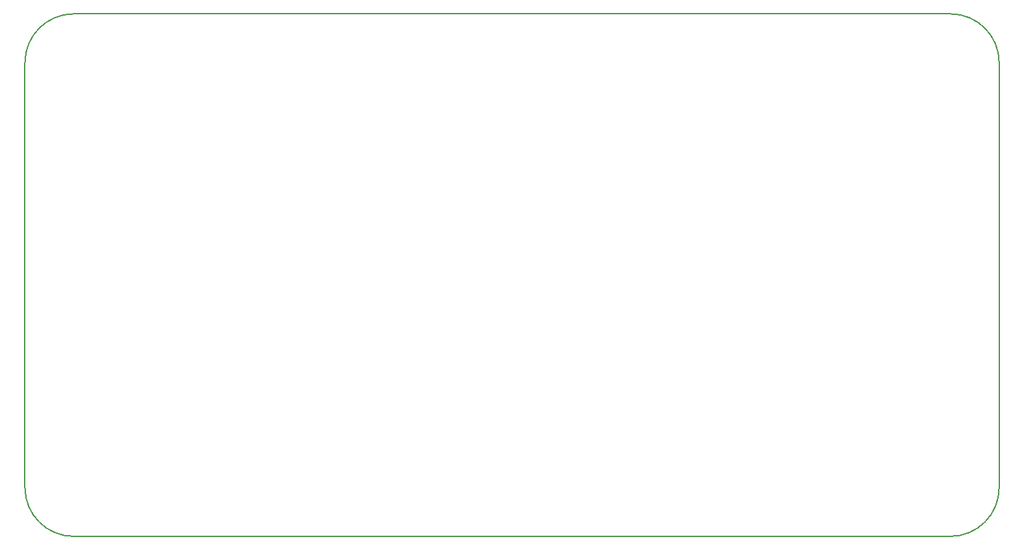
<source format=gbr>
G04 #@! TF.GenerationSoftware,KiCad,Pcbnew,(5.99.0-128-g6ff45b44c)*
G04 #@! TF.CreationDate,2019-09-15T18:53:50+09:00*
G04 #@! TF.ProjectId,M5_board,4d355f62-6f61-4726-942e-6b696361645f,rev?*
G04 #@! TF.SameCoordinates,Original*
G04 #@! TF.FileFunction,Profile,NP*
%FSLAX46Y46*%
G04 Gerber Fmt 4.6, Leading zero omitted, Abs format (unit mm)*
G04 Created by KiCad (PCBNEW (5.99.0-128-g6ff45b44c)) date 2019-09-15 18:53:50*
%MOMM*%
%LPD*%
G04 APERTURE LIST*
%ADD10C,0.150000*%
G04 APERTURE END LIST*
D10*
X211708600Y-103098600D02*
X211708600Y-125900000D01*
X84683600Y-70396100D02*
G75*
G02X91033600Y-64046100I6350000J0D01*
G01*
X205358600Y-64046100D02*
X91033600Y-64046100D01*
X205358600Y-64046100D02*
G75*
G02X211708600Y-70396100I0J-6350000D01*
G01*
X211708600Y-72618600D02*
X211708600Y-70396100D01*
X211708600Y-103098600D02*
X211708600Y-72618600D01*
X211708600Y-125900000D02*
G75*
G02X205358600Y-132250000I-6350000J0D01*
G01*
X91033600Y-132250000D02*
X205358600Y-132250000D01*
X91033600Y-132250000D02*
G75*
G02X84683600Y-125900000I0J6350000D01*
G01*
X84683600Y-70396100D02*
X84683600Y-125900000D01*
M02*

</source>
